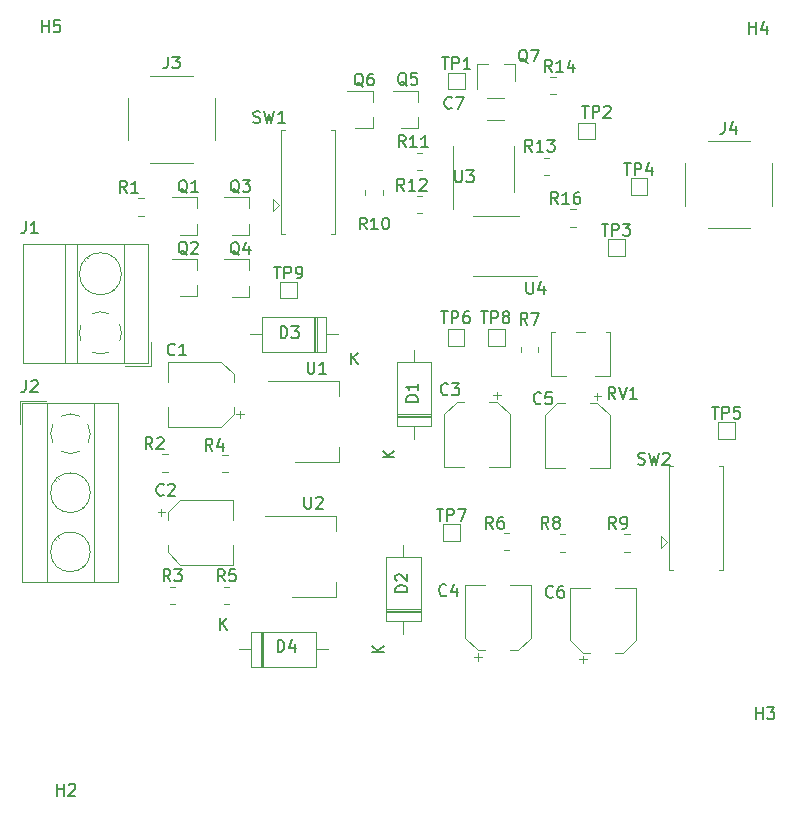
<source format=gbr>
%TF.GenerationSoftware,KiCad,Pcbnew,(5.1.8-0-10_14)*%
%TF.CreationDate,2022-02-24T11:51:05-06:00*%
%TF.ProjectId,SAQ_KiCad_alpha,5341515f-4b69-4436-9164-5f616c706861,rev?*%
%TF.SameCoordinates,Original*%
%TF.FileFunction,Legend,Top*%
%TF.FilePolarity,Positive*%
%FSLAX46Y46*%
G04 Gerber Fmt 4.6, Leading zero omitted, Abs format (unit mm)*
G04 Created by KiCad (PCBNEW (5.1.8-0-10_14)) date 2022-02-24 11:51:05*
%MOMM*%
%LPD*%
G01*
G04 APERTURE LIST*
%ADD10C,0.120000*%
%ADD11C,0.150000*%
G04 APERTURE END LIST*
D10*
%TO.C,TP5*%
X164019000Y-48515500D02*
X164019000Y-47115500D01*
X165419000Y-48515500D02*
X164019000Y-48515500D01*
X165419000Y-47115500D02*
X165419000Y-48515500D01*
X164019000Y-47115500D02*
X165419000Y-47115500D01*
%TO.C,J4*%
X163109500Y-23307500D02*
X166709500Y-23307500D01*
X163109500Y-30667500D02*
X166709500Y-30667500D01*
X168589500Y-25187500D02*
X168589500Y-28787500D01*
X161229500Y-25187500D02*
X161229500Y-28787500D01*
%TO.C,J3*%
X115929000Y-17783000D02*
X119529000Y-17783000D01*
X115929000Y-25143000D02*
X119529000Y-25143000D01*
X121409000Y-19663000D02*
X121409000Y-23263000D01*
X114049000Y-19663000D02*
X114049000Y-23263000D01*
%TO.C,U4*%
X145226000Y-29634500D02*
X143276000Y-29634500D01*
X145226000Y-29634500D02*
X147176000Y-29634500D01*
X145226000Y-34754500D02*
X143276000Y-34754500D01*
X145226000Y-34754500D02*
X148676000Y-34754500D01*
%TO.C,TP9*%
X126935000Y-36641000D02*
X126935000Y-35241000D01*
X128335000Y-36641000D02*
X126935000Y-36641000D01*
X128335000Y-35241000D02*
X128335000Y-36641000D01*
X126935000Y-35241000D02*
X128335000Y-35241000D01*
%TO.C,TP8*%
X144524500Y-40641500D02*
X144524500Y-39241500D01*
X145924500Y-40641500D02*
X144524500Y-40641500D01*
X145924500Y-39241500D02*
X145924500Y-40641500D01*
X144524500Y-39241500D02*
X145924500Y-39241500D01*
%TO.C,TP7*%
X140714500Y-57151500D02*
X140714500Y-55751500D01*
X142114500Y-57151500D02*
X140714500Y-57151500D01*
X142114500Y-55751500D02*
X142114500Y-57151500D01*
X140714500Y-55751500D02*
X142114500Y-55751500D01*
%TO.C,TP6*%
X141095500Y-40641500D02*
X141095500Y-39241500D01*
X142495500Y-40641500D02*
X141095500Y-40641500D01*
X142495500Y-39241500D02*
X142495500Y-40641500D01*
X141095500Y-39241500D02*
X142495500Y-39241500D01*
%TO.C,TP4*%
X156589500Y-27878000D02*
X156589500Y-26478000D01*
X157989500Y-27878000D02*
X156589500Y-27878000D01*
X157989500Y-26478000D02*
X157989500Y-27878000D01*
X156589500Y-26478000D02*
X157989500Y-26478000D01*
%TO.C,TP3*%
X154684500Y-33021500D02*
X154684500Y-31621500D01*
X156084500Y-33021500D02*
X154684500Y-33021500D01*
X156084500Y-31621500D02*
X156084500Y-33021500D01*
X154684500Y-31621500D02*
X156084500Y-31621500D01*
%TO.C,TP2*%
X152144500Y-23179000D02*
X152144500Y-21779000D01*
X153544500Y-23179000D02*
X152144500Y-23179000D01*
X153544500Y-21779000D02*
X153544500Y-23179000D01*
X152144500Y-21779000D02*
X153544500Y-21779000D01*
%TO.C,TP1*%
X141159000Y-18924500D02*
X141159000Y-17524500D01*
X142559000Y-18924500D02*
X141159000Y-18924500D01*
X142559000Y-17524500D02*
X142559000Y-18924500D01*
X141159000Y-17524500D02*
X142559000Y-17524500D01*
%TO.C,U3*%
X146705000Y-25655500D02*
X146705000Y-23705500D01*
X146705000Y-25655500D02*
X146705000Y-27605500D01*
X141585000Y-25655500D02*
X141585000Y-23705500D01*
X141585000Y-25655500D02*
X141585000Y-29105500D01*
%TO.C,U2*%
X131640500Y-61893500D02*
X131640500Y-60633500D01*
X131640500Y-55073500D02*
X131640500Y-56333500D01*
X127880500Y-61893500D02*
X131640500Y-61893500D01*
X125630500Y-55073500D02*
X131640500Y-55073500D01*
%TO.C,U1*%
X131901720Y-50471120D02*
X131901720Y-49211120D01*
X131901720Y-43651120D02*
X131901720Y-44911120D01*
X128141720Y-50471120D02*
X131901720Y-50471120D01*
X125891720Y-43651120D02*
X131901720Y-43651120D01*
%TO.C,SW2*%
X159855500Y-59655000D02*
X159855500Y-50835000D01*
X159855500Y-50835000D02*
X160165500Y-50835000D01*
X164375500Y-50835000D02*
X164375500Y-59655000D01*
X160165500Y-59655000D02*
X159855500Y-59655000D01*
X164375500Y-59655000D02*
X164065500Y-59655000D01*
X164375500Y-50835000D02*
X164065500Y-50835000D01*
X159155500Y-57745000D02*
X159655500Y-57245000D01*
X159655500Y-57245000D02*
X159155500Y-56745000D01*
X159155500Y-56745000D02*
X159155500Y-57745000D01*
%TO.C,SW1*%
X127026000Y-31175500D02*
X127026000Y-22355500D01*
X127026000Y-22355500D02*
X127336000Y-22355500D01*
X131546000Y-22355500D02*
X131546000Y-31175500D01*
X127336000Y-31175500D02*
X127026000Y-31175500D01*
X131546000Y-31175500D02*
X131236000Y-31175500D01*
X131546000Y-22355500D02*
X131236000Y-22355500D01*
X126326000Y-29265500D02*
X126826000Y-28765500D01*
X126826000Y-28765500D02*
X126326000Y-28265500D01*
X126326000Y-28265500D02*
X126326000Y-29265500D01*
%TO.C,RV1*%
X154476500Y-39468500D02*
X154856500Y-39468500D01*
X149816500Y-39468500D02*
X150196500Y-39468500D01*
X151976500Y-39468500D02*
X152696500Y-39468500D01*
X149816500Y-43208500D02*
X151096500Y-43208500D01*
X153576500Y-43208500D02*
X154856500Y-43208500D01*
X149816500Y-39468500D02*
X149816500Y-43208500D01*
X154856500Y-39468500D02*
X154856500Y-43208500D01*
%TO.C,R16*%
X151944564Y-30580000D02*
X151490436Y-30580000D01*
X151944564Y-29110000D02*
X151490436Y-29110000D01*
%TO.C,R14*%
X150230064Y-19340500D02*
X149775936Y-19340500D01*
X150230064Y-17870500D02*
X149775936Y-17870500D01*
%TO.C,R13*%
X149235936Y-24728500D02*
X149690064Y-24728500D01*
X149235936Y-26198500D02*
X149690064Y-26198500D01*
%TO.C,R12*%
X138466336Y-27977160D02*
X138920464Y-27977160D01*
X138466336Y-29447160D02*
X138920464Y-29447160D01*
%TO.C,R11*%
X138466336Y-24299240D02*
X138920464Y-24299240D01*
X138466336Y-25769240D02*
X138920464Y-25769240D01*
%TO.C,R10*%
X134139000Y-27929064D02*
X134139000Y-27474936D01*
X135609000Y-27929064D02*
X135609000Y-27474936D01*
%TO.C,R9*%
X156500564Y-58075500D02*
X156046436Y-58075500D01*
X156500564Y-56605500D02*
X156046436Y-56605500D01*
%TO.C,R8*%
X151039564Y-58075500D02*
X150585436Y-58075500D01*
X151039564Y-56605500D02*
X150585436Y-56605500D01*
%TO.C,R7*%
X148753500Y-40730436D02*
X148753500Y-41184564D01*
X147283500Y-40730436D02*
X147283500Y-41184564D01*
%TO.C,R6*%
X146324564Y-57948500D02*
X145870436Y-57948500D01*
X146324564Y-56478500D02*
X145870436Y-56478500D01*
%TO.C,R5*%
X122153436Y-61050500D02*
X122607564Y-61050500D01*
X122153436Y-62520500D02*
X122607564Y-62520500D01*
%TO.C,R4*%
X122464564Y-51344500D02*
X122010436Y-51344500D01*
X122464564Y-49874500D02*
X122010436Y-49874500D01*
%TO.C,R3*%
X117565436Y-61050500D02*
X118019564Y-61050500D01*
X117565436Y-62520500D02*
X118019564Y-62520500D01*
%TO.C,R2*%
X117384564Y-51328500D02*
X116930436Y-51328500D01*
X117384564Y-49858500D02*
X116930436Y-49858500D01*
%TO.C,R1*%
X115352564Y-29627500D02*
X114898436Y-29627500D01*
X115352564Y-28157500D02*
X114898436Y-28157500D01*
%TO.C,Q7*%
X146757000Y-16768500D02*
X145827000Y-16768500D01*
X143597000Y-16768500D02*
X144527000Y-16768500D01*
X143597000Y-16768500D02*
X143597000Y-18928500D01*
X146757000Y-16768500D02*
X146757000Y-18228500D01*
%TO.C,Q6*%
X134745000Y-22217500D02*
X134745000Y-21287500D01*
X134745000Y-19057500D02*
X134745000Y-19987500D01*
X134745000Y-19057500D02*
X132585000Y-19057500D01*
X134745000Y-22217500D02*
X133285000Y-22217500D01*
%TO.C,Q5*%
X138618500Y-22217500D02*
X138618500Y-21287500D01*
X138618500Y-19057500D02*
X138618500Y-19987500D01*
X138618500Y-19057500D02*
X136458500Y-19057500D01*
X138618500Y-22217500D02*
X137158500Y-22217500D01*
%TO.C,Q4*%
X124310680Y-36505000D02*
X124310680Y-35575000D01*
X124310680Y-33345000D02*
X124310680Y-34275000D01*
X124310680Y-33345000D02*
X122150680Y-33345000D01*
X124310680Y-36505000D02*
X122850680Y-36505000D01*
%TO.C,Q3*%
X124310680Y-31247200D02*
X124310680Y-30317200D01*
X124310680Y-28087200D02*
X124310680Y-29017200D01*
X124310680Y-28087200D02*
X122150680Y-28087200D01*
X124310680Y-31247200D02*
X122850680Y-31247200D01*
%TO.C,Q2*%
X119911400Y-36471980D02*
X119911400Y-35541980D01*
X119911400Y-33311980D02*
X119911400Y-34241980D01*
X119911400Y-33311980D02*
X117751400Y-33311980D01*
X119911400Y-36471980D02*
X118451400Y-36471980D01*
%TO.C,Q1*%
X119911400Y-31247200D02*
X119911400Y-30317200D01*
X119911400Y-28087200D02*
X119911400Y-29017200D01*
X119911400Y-28087200D02*
X117751400Y-28087200D01*
X119911400Y-31247200D02*
X118451400Y-31247200D01*
%TO.C,J2*%
X110836500Y-53102500D02*
G75*
G03*
X110836500Y-53102500I-1680000J0D01*
G01*
X110836500Y-58102500D02*
G75*
G03*
X110836500Y-58102500I-1680000J0D01*
G01*
X107156500Y-45542500D02*
X107156500Y-60662500D01*
X111156500Y-45542500D02*
X111156500Y-60662500D01*
X113216500Y-45542500D02*
X113216500Y-60662500D01*
X105096500Y-45542500D02*
X105096500Y-60662500D01*
X113216500Y-45542500D02*
X105096500Y-45542500D01*
X113216500Y-60662500D02*
X105096500Y-60662500D01*
X110225500Y-54377500D02*
X110132500Y-54283500D01*
X107940500Y-52092500D02*
X107882500Y-52033500D01*
X110431500Y-54172500D02*
X110372500Y-54113500D01*
X108180500Y-51922500D02*
X108087500Y-51828500D01*
X110225500Y-59377500D02*
X110132500Y-59283500D01*
X107940500Y-57092500D02*
X107882500Y-57033500D01*
X110431500Y-59172500D02*
X110372500Y-59113500D01*
X108180500Y-56922500D02*
X108087500Y-56828500D01*
X107096500Y-45302500D02*
X104856500Y-45302500D01*
X104856500Y-45302500D02*
X104856500Y-47302500D01*
X107476050Y-48131883D02*
G75*
G02*
X107672500Y-47313500I1680450J29383D01*
G01*
X108367412Y-46618547D02*
G75*
G02*
X109945500Y-46618500I789088J-1483953D01*
G01*
X110640453Y-47313412D02*
G75*
G02*
X110640500Y-48891500I-1483953J-789088D01*
G01*
X109945588Y-49586453D02*
G75*
G02*
X108367500Y-49586500I-789088J1483953D01*
G01*
X107673148Y-48891212D02*
G75*
G02*
X107476500Y-48102500I1483352J788712D01*
G01*
%TO.C,J1*%
X113476500Y-34560500D02*
G75*
G03*
X113476500Y-34560500I-1780000J0D01*
G01*
X113696500Y-42120500D02*
X113696500Y-32000500D01*
X109696500Y-42120500D02*
X109696500Y-32000500D01*
X108696500Y-42120500D02*
X108696500Y-32000500D01*
X105136500Y-42120500D02*
X105136500Y-32000500D01*
X115756500Y-42120500D02*
X115756500Y-32000500D01*
X105136500Y-42120500D02*
X115756500Y-42120500D01*
X105136500Y-32000500D02*
X115756500Y-32000500D01*
X110563500Y-33210500D02*
X110613500Y-33259500D01*
X113021500Y-35668500D02*
X113046500Y-35692500D01*
X110346500Y-33427500D02*
X110370500Y-33452500D01*
X112779500Y-35860500D02*
X112829500Y-35910500D01*
X113756500Y-42360500D02*
X115996500Y-42360500D01*
X115996500Y-42360500D02*
X115996500Y-40360500D01*
X113476889Y-39529686D02*
G75*
G02*
X113335500Y-40256500I-1780389J-30814D01*
G01*
X112392016Y-41199705D02*
G75*
G02*
X111000500Y-41199500I-695516J1639205D01*
G01*
X110057295Y-40256016D02*
G75*
G02*
X110057500Y-38864500I1639205J695516D01*
G01*
X111000984Y-37921295D02*
G75*
G02*
X112392500Y-37921500I695516J-1639205D01*
G01*
X113334999Y-38864999D02*
G75*
G02*
X113476500Y-39560500I-1638499J-695501D01*
G01*
%TO.C,D4*%
X124470500Y-64887500D02*
X124470500Y-67827500D01*
X124470500Y-67827500D02*
X129910500Y-67827500D01*
X129910500Y-67827500D02*
X129910500Y-64887500D01*
X129910500Y-64887500D02*
X124470500Y-64887500D01*
X123450500Y-66357500D02*
X124470500Y-66357500D01*
X130930500Y-66357500D02*
X129910500Y-66357500D01*
X125370500Y-64887500D02*
X125370500Y-67827500D01*
X125490500Y-64887500D02*
X125490500Y-67827500D01*
X125250500Y-64887500D02*
X125250500Y-67827500D01*
%TO.C,D3*%
X130799500Y-41157500D02*
X130799500Y-38217500D01*
X130799500Y-38217500D02*
X125359500Y-38217500D01*
X125359500Y-38217500D02*
X125359500Y-41157500D01*
X125359500Y-41157500D02*
X130799500Y-41157500D01*
X131819500Y-39687500D02*
X130799500Y-39687500D01*
X124339500Y-39687500D02*
X125359500Y-39687500D01*
X129899500Y-41157500D02*
X129899500Y-38217500D01*
X129779500Y-41157500D02*
X129779500Y-38217500D01*
X130019500Y-41157500D02*
X130019500Y-38217500D01*
%TO.C,D2*%
X135880500Y-63997500D02*
X138820500Y-63997500D01*
X138820500Y-63997500D02*
X138820500Y-58557500D01*
X138820500Y-58557500D02*
X135880500Y-58557500D01*
X135880500Y-58557500D02*
X135880500Y-63997500D01*
X137350500Y-65017500D02*
X137350500Y-63997500D01*
X137350500Y-57537500D02*
X137350500Y-58557500D01*
X135880500Y-63097500D02*
X138820500Y-63097500D01*
X135880500Y-62977500D02*
X138820500Y-62977500D01*
X135880500Y-63217500D02*
X138820500Y-63217500D01*
%TO.C,D1*%
X136769500Y-47487500D02*
X139709500Y-47487500D01*
X139709500Y-47487500D02*
X139709500Y-42047500D01*
X139709500Y-42047500D02*
X136769500Y-42047500D01*
X136769500Y-42047500D02*
X136769500Y-47487500D01*
X138239500Y-48507500D02*
X138239500Y-47487500D01*
X138239500Y-41027500D02*
X138239500Y-42047500D01*
X136769500Y-46587500D02*
X139709500Y-46587500D01*
X136769500Y-46467500D02*
X139709500Y-46467500D01*
X136769500Y-46707500D02*
X139709500Y-46707500D01*
%TO.C,C7*%
X144449748Y-19689000D02*
X145872252Y-19689000D01*
X144449748Y-21509000D02*
X145872252Y-21509000D01*
%TO.C,C6*%
X157001500Y-61143500D02*
X155301500Y-61143500D01*
X151481500Y-61143500D02*
X153181500Y-61143500D01*
X151481500Y-65599063D02*
X151481500Y-61143500D01*
X157001500Y-65599063D02*
X157001500Y-61143500D01*
X155937063Y-66663500D02*
X155301500Y-66663500D01*
X152545937Y-66663500D02*
X153181500Y-66663500D01*
X152545937Y-66663500D02*
X151481500Y-65599063D01*
X155937063Y-66663500D02*
X157001500Y-65599063D01*
X152556500Y-67528500D02*
X152556500Y-66903500D01*
X152244000Y-67216000D02*
X152869000Y-67216000D01*
%TO.C,C5*%
X149322500Y-50997500D02*
X151022500Y-50997500D01*
X154842500Y-50997500D02*
X153142500Y-50997500D01*
X154842500Y-46541937D02*
X154842500Y-50997500D01*
X149322500Y-46541937D02*
X149322500Y-50997500D01*
X150386937Y-45477500D02*
X151022500Y-45477500D01*
X153778063Y-45477500D02*
X153142500Y-45477500D01*
X153778063Y-45477500D02*
X154842500Y-46541937D01*
X150386937Y-45477500D02*
X149322500Y-46541937D01*
X153767500Y-44612500D02*
X153767500Y-45237500D01*
X154080000Y-44925000D02*
X153455000Y-44925000D01*
%TO.C,C4*%
X148111500Y-60930500D02*
X146411500Y-60930500D01*
X142591500Y-60930500D02*
X144291500Y-60930500D01*
X142591500Y-65386063D02*
X142591500Y-60930500D01*
X148111500Y-65386063D02*
X148111500Y-60930500D01*
X147047063Y-66450500D02*
X146411500Y-66450500D01*
X143655937Y-66450500D02*
X144291500Y-66450500D01*
X143655937Y-66450500D02*
X142591500Y-65386063D01*
X147047063Y-66450500D02*
X148111500Y-65386063D01*
X143666500Y-67315500D02*
X143666500Y-66690500D01*
X143354000Y-67003000D02*
X143979000Y-67003000D01*
%TO.C,C3*%
X140813500Y-50915500D02*
X142513500Y-50915500D01*
X146333500Y-50915500D02*
X144633500Y-50915500D01*
X146333500Y-46459937D02*
X146333500Y-50915500D01*
X140813500Y-46459937D02*
X140813500Y-50915500D01*
X141877937Y-45395500D02*
X142513500Y-45395500D01*
X145269063Y-45395500D02*
X144633500Y-45395500D01*
X145269063Y-45395500D02*
X146333500Y-46459937D01*
X141877937Y-45395500D02*
X140813500Y-46459937D01*
X145258500Y-44530500D02*
X145258500Y-45155500D01*
X145571000Y-44843000D02*
X144946000Y-44843000D01*
%TO.C,C2*%
X122924500Y-59211500D02*
X122924500Y-57511500D01*
X122924500Y-53691500D02*
X122924500Y-55391500D01*
X118468937Y-53691500D02*
X122924500Y-53691500D01*
X118468937Y-59211500D02*
X122924500Y-59211500D01*
X117404500Y-58147063D02*
X117404500Y-57511500D01*
X117404500Y-54755937D02*
X117404500Y-55391500D01*
X117404500Y-54755937D02*
X118468937Y-53691500D01*
X117404500Y-58147063D02*
X118468937Y-59211500D01*
X116539500Y-54766500D02*
X117164500Y-54766500D01*
X116852000Y-54454000D02*
X116852000Y-55079000D01*
%TO.C,C1*%
X117445500Y-42007500D02*
X117445500Y-43707500D01*
X117445500Y-47527500D02*
X117445500Y-45827500D01*
X121901063Y-47527500D02*
X117445500Y-47527500D01*
X121901063Y-42007500D02*
X117445500Y-42007500D01*
X122965500Y-43071937D02*
X122965500Y-43707500D01*
X122965500Y-46463063D02*
X122965500Y-45827500D01*
X122965500Y-46463063D02*
X121901063Y-47527500D01*
X122965500Y-43071937D02*
X121901063Y-42007500D01*
X123830500Y-46452500D02*
X123205500Y-46452500D01*
X123518000Y-46765000D02*
X123518000Y-46140000D01*
%TO.C,TP5*%
D11*
X163457095Y-45819880D02*
X164028523Y-45819880D01*
X163742809Y-46819880D02*
X163742809Y-45819880D01*
X164361857Y-46819880D02*
X164361857Y-45819880D01*
X164742809Y-45819880D01*
X164838047Y-45867500D01*
X164885666Y-45915119D01*
X164933285Y-46010357D01*
X164933285Y-46153214D01*
X164885666Y-46248452D01*
X164838047Y-46296071D01*
X164742809Y-46343690D01*
X164361857Y-46343690D01*
X165838047Y-45819880D02*
X165361857Y-45819880D01*
X165314238Y-46296071D01*
X165361857Y-46248452D01*
X165457095Y-46200833D01*
X165695190Y-46200833D01*
X165790428Y-46248452D01*
X165838047Y-46296071D01*
X165885666Y-46391309D01*
X165885666Y-46629404D01*
X165838047Y-46724642D01*
X165790428Y-46772261D01*
X165695190Y-46819880D01*
X165457095Y-46819880D01*
X165361857Y-46772261D01*
X165314238Y-46724642D01*
%TO.C,J4*%
X164576166Y-21689880D02*
X164576166Y-22404166D01*
X164528547Y-22547023D01*
X164433309Y-22642261D01*
X164290452Y-22689880D01*
X164195214Y-22689880D01*
X165480928Y-22023214D02*
X165480928Y-22689880D01*
X165242833Y-21642261D02*
X165004738Y-22356547D01*
X165623785Y-22356547D01*
%TO.C,J3*%
X117395666Y-16165380D02*
X117395666Y-16879666D01*
X117348047Y-17022523D01*
X117252809Y-17117761D01*
X117109952Y-17165380D01*
X117014714Y-17165380D01*
X117776619Y-16165380D02*
X118395666Y-16165380D01*
X118062333Y-16546333D01*
X118205190Y-16546333D01*
X118300428Y-16593952D01*
X118348047Y-16641571D01*
X118395666Y-16736809D01*
X118395666Y-16974904D01*
X118348047Y-17070142D01*
X118300428Y-17117761D01*
X118205190Y-17165380D01*
X117919476Y-17165380D01*
X117824238Y-17117761D01*
X117776619Y-17070142D01*
%TO.C,H5*%
X106738095Y-14104880D02*
X106738095Y-13104880D01*
X106738095Y-13581071D02*
X107309523Y-13581071D01*
X107309523Y-14104880D02*
X107309523Y-13104880D01*
X108261904Y-13104880D02*
X107785714Y-13104880D01*
X107738095Y-13581071D01*
X107785714Y-13533452D01*
X107880952Y-13485833D01*
X108119047Y-13485833D01*
X108214285Y-13533452D01*
X108261904Y-13581071D01*
X108309523Y-13676309D01*
X108309523Y-13914404D01*
X108261904Y-14009642D01*
X108214285Y-14057261D01*
X108119047Y-14104880D01*
X107880952Y-14104880D01*
X107785714Y-14057261D01*
X107738095Y-14009642D01*
%TO.C,H4*%
X166624095Y-14231880D02*
X166624095Y-13231880D01*
X166624095Y-13708071D02*
X167195523Y-13708071D01*
X167195523Y-14231880D02*
X167195523Y-13231880D01*
X168100285Y-13565214D02*
X168100285Y-14231880D01*
X167862190Y-13184261D02*
X167624095Y-13898547D01*
X168243142Y-13898547D01*
%TO.C,H3*%
X167195595Y-72270880D02*
X167195595Y-71270880D01*
X167195595Y-71747071D02*
X167767023Y-71747071D01*
X167767023Y-72270880D02*
X167767023Y-71270880D01*
X168147976Y-71270880D02*
X168767023Y-71270880D01*
X168433690Y-71651833D01*
X168576547Y-71651833D01*
X168671785Y-71699452D01*
X168719404Y-71747071D01*
X168767023Y-71842309D01*
X168767023Y-72080404D01*
X168719404Y-72175642D01*
X168671785Y-72223261D01*
X168576547Y-72270880D01*
X168290833Y-72270880D01*
X168195595Y-72223261D01*
X168147976Y-72175642D01*
%TO.C,H2*%
X108013595Y-78747880D02*
X108013595Y-77747880D01*
X108013595Y-78224071D02*
X108585023Y-78224071D01*
X108585023Y-78747880D02*
X108585023Y-77747880D01*
X109013595Y-77843119D02*
X109061214Y-77795500D01*
X109156452Y-77747880D01*
X109394547Y-77747880D01*
X109489785Y-77795500D01*
X109537404Y-77843119D01*
X109585023Y-77938357D01*
X109585023Y-78033595D01*
X109537404Y-78176452D01*
X108965976Y-78747880D01*
X109585023Y-78747880D01*
%TO.C,U4*%
X147763555Y-35251140D02*
X147763555Y-36060664D01*
X147811174Y-36155902D01*
X147858793Y-36203521D01*
X147954031Y-36251140D01*
X148144507Y-36251140D01*
X148239745Y-36203521D01*
X148287364Y-36155902D01*
X148334983Y-36060664D01*
X148334983Y-35251140D01*
X149239745Y-35584474D02*
X149239745Y-36251140D01*
X149001650Y-35203521D02*
X148763555Y-35917807D01*
X149382602Y-35917807D01*
%TO.C,TP9*%
X126373095Y-33945380D02*
X126944523Y-33945380D01*
X126658809Y-34945380D02*
X126658809Y-33945380D01*
X127277857Y-34945380D02*
X127277857Y-33945380D01*
X127658809Y-33945380D01*
X127754047Y-33993000D01*
X127801666Y-34040619D01*
X127849285Y-34135857D01*
X127849285Y-34278714D01*
X127801666Y-34373952D01*
X127754047Y-34421571D01*
X127658809Y-34469190D01*
X127277857Y-34469190D01*
X128325476Y-34945380D02*
X128515952Y-34945380D01*
X128611190Y-34897761D01*
X128658809Y-34850142D01*
X128754047Y-34707285D01*
X128801666Y-34516809D01*
X128801666Y-34135857D01*
X128754047Y-34040619D01*
X128706428Y-33993000D01*
X128611190Y-33945380D01*
X128420714Y-33945380D01*
X128325476Y-33993000D01*
X128277857Y-34040619D01*
X128230238Y-34135857D01*
X128230238Y-34373952D01*
X128277857Y-34469190D01*
X128325476Y-34516809D01*
X128420714Y-34564428D01*
X128611190Y-34564428D01*
X128706428Y-34516809D01*
X128754047Y-34469190D01*
X128801666Y-34373952D01*
%TO.C,TP8*%
X143899095Y-37742880D02*
X144470523Y-37742880D01*
X144184809Y-38742880D02*
X144184809Y-37742880D01*
X144803857Y-38742880D02*
X144803857Y-37742880D01*
X145184809Y-37742880D01*
X145280047Y-37790500D01*
X145327666Y-37838119D01*
X145375285Y-37933357D01*
X145375285Y-38076214D01*
X145327666Y-38171452D01*
X145280047Y-38219071D01*
X145184809Y-38266690D01*
X144803857Y-38266690D01*
X145946714Y-38171452D02*
X145851476Y-38123833D01*
X145803857Y-38076214D01*
X145756238Y-37980976D01*
X145756238Y-37933357D01*
X145803857Y-37838119D01*
X145851476Y-37790500D01*
X145946714Y-37742880D01*
X146137190Y-37742880D01*
X146232428Y-37790500D01*
X146280047Y-37838119D01*
X146327666Y-37933357D01*
X146327666Y-37980976D01*
X146280047Y-38076214D01*
X146232428Y-38123833D01*
X146137190Y-38171452D01*
X145946714Y-38171452D01*
X145851476Y-38219071D01*
X145803857Y-38266690D01*
X145756238Y-38361928D01*
X145756238Y-38552404D01*
X145803857Y-38647642D01*
X145851476Y-38695261D01*
X145946714Y-38742880D01*
X146137190Y-38742880D01*
X146232428Y-38695261D01*
X146280047Y-38647642D01*
X146327666Y-38552404D01*
X146327666Y-38361928D01*
X146280047Y-38266690D01*
X146232428Y-38219071D01*
X146137190Y-38171452D01*
%TO.C,TP7*%
X140152595Y-54455880D02*
X140724023Y-54455880D01*
X140438309Y-55455880D02*
X140438309Y-54455880D01*
X141057357Y-55455880D02*
X141057357Y-54455880D01*
X141438309Y-54455880D01*
X141533547Y-54503500D01*
X141581166Y-54551119D01*
X141628785Y-54646357D01*
X141628785Y-54789214D01*
X141581166Y-54884452D01*
X141533547Y-54932071D01*
X141438309Y-54979690D01*
X141057357Y-54979690D01*
X141962119Y-54455880D02*
X142628785Y-54455880D01*
X142200214Y-55455880D01*
%TO.C,TP6*%
X140533595Y-37742880D02*
X141105023Y-37742880D01*
X140819309Y-38742880D02*
X140819309Y-37742880D01*
X141438357Y-38742880D02*
X141438357Y-37742880D01*
X141819309Y-37742880D01*
X141914547Y-37790500D01*
X141962166Y-37838119D01*
X142009785Y-37933357D01*
X142009785Y-38076214D01*
X141962166Y-38171452D01*
X141914547Y-38219071D01*
X141819309Y-38266690D01*
X141438357Y-38266690D01*
X142866928Y-37742880D02*
X142676452Y-37742880D01*
X142581214Y-37790500D01*
X142533595Y-37838119D01*
X142438357Y-37980976D01*
X142390738Y-38171452D01*
X142390738Y-38552404D01*
X142438357Y-38647642D01*
X142485976Y-38695261D01*
X142581214Y-38742880D01*
X142771690Y-38742880D01*
X142866928Y-38695261D01*
X142914547Y-38647642D01*
X142962166Y-38552404D01*
X142962166Y-38314309D01*
X142914547Y-38219071D01*
X142866928Y-38171452D01*
X142771690Y-38123833D01*
X142581214Y-38123833D01*
X142485976Y-38171452D01*
X142438357Y-38219071D01*
X142390738Y-38314309D01*
%TO.C,TP4*%
X156027595Y-25182380D02*
X156599023Y-25182380D01*
X156313309Y-26182380D02*
X156313309Y-25182380D01*
X156932357Y-26182380D02*
X156932357Y-25182380D01*
X157313309Y-25182380D01*
X157408547Y-25230000D01*
X157456166Y-25277619D01*
X157503785Y-25372857D01*
X157503785Y-25515714D01*
X157456166Y-25610952D01*
X157408547Y-25658571D01*
X157313309Y-25706190D01*
X156932357Y-25706190D01*
X158360928Y-25515714D02*
X158360928Y-26182380D01*
X158122833Y-25134761D02*
X157884738Y-25849047D01*
X158503785Y-25849047D01*
%TO.C,TP3*%
X154122595Y-30325880D02*
X154694023Y-30325880D01*
X154408309Y-31325880D02*
X154408309Y-30325880D01*
X155027357Y-31325880D02*
X155027357Y-30325880D01*
X155408309Y-30325880D01*
X155503547Y-30373500D01*
X155551166Y-30421119D01*
X155598785Y-30516357D01*
X155598785Y-30659214D01*
X155551166Y-30754452D01*
X155503547Y-30802071D01*
X155408309Y-30849690D01*
X155027357Y-30849690D01*
X155932119Y-30325880D02*
X156551166Y-30325880D01*
X156217833Y-30706833D01*
X156360690Y-30706833D01*
X156455928Y-30754452D01*
X156503547Y-30802071D01*
X156551166Y-30897309D01*
X156551166Y-31135404D01*
X156503547Y-31230642D01*
X156455928Y-31278261D01*
X156360690Y-31325880D01*
X156074976Y-31325880D01*
X155979738Y-31278261D01*
X155932119Y-31230642D01*
%TO.C,TP2*%
X152471595Y-20343880D02*
X153043023Y-20343880D01*
X152757309Y-21343880D02*
X152757309Y-20343880D01*
X153376357Y-21343880D02*
X153376357Y-20343880D01*
X153757309Y-20343880D01*
X153852547Y-20391500D01*
X153900166Y-20439119D01*
X153947785Y-20534357D01*
X153947785Y-20677214D01*
X153900166Y-20772452D01*
X153852547Y-20820071D01*
X153757309Y-20867690D01*
X153376357Y-20867690D01*
X154328738Y-20439119D02*
X154376357Y-20391500D01*
X154471595Y-20343880D01*
X154709690Y-20343880D01*
X154804928Y-20391500D01*
X154852547Y-20439119D01*
X154900166Y-20534357D01*
X154900166Y-20629595D01*
X154852547Y-20772452D01*
X154281119Y-21343880D01*
X154900166Y-21343880D01*
%TO.C,TP1*%
X140597095Y-16228880D02*
X141168523Y-16228880D01*
X140882809Y-17228880D02*
X140882809Y-16228880D01*
X141501857Y-17228880D02*
X141501857Y-16228880D01*
X141882809Y-16228880D01*
X141978047Y-16276500D01*
X142025666Y-16324119D01*
X142073285Y-16419357D01*
X142073285Y-16562214D01*
X142025666Y-16657452D01*
X141978047Y-16705071D01*
X141882809Y-16752690D01*
X141501857Y-16752690D01*
X143025666Y-17228880D02*
X142454238Y-17228880D01*
X142739952Y-17228880D02*
X142739952Y-16228880D01*
X142644714Y-16371738D01*
X142549476Y-16466976D01*
X142454238Y-16514595D01*
%TO.C,U3*%
X141732095Y-25804880D02*
X141732095Y-26614404D01*
X141779714Y-26709642D01*
X141827333Y-26757261D01*
X141922571Y-26804880D01*
X142113047Y-26804880D01*
X142208285Y-26757261D01*
X142255904Y-26709642D01*
X142303523Y-26614404D01*
X142303523Y-25804880D01*
X142684476Y-25804880D02*
X143303523Y-25804880D01*
X142970190Y-26185833D01*
X143113047Y-26185833D01*
X143208285Y-26233452D01*
X143255904Y-26281071D01*
X143303523Y-26376309D01*
X143303523Y-26614404D01*
X143255904Y-26709642D01*
X143208285Y-26757261D01*
X143113047Y-26804880D01*
X142827333Y-26804880D01*
X142732095Y-26757261D01*
X142684476Y-26709642D01*
%TO.C,U2*%
X128968595Y-53435880D02*
X128968595Y-54245404D01*
X129016214Y-54340642D01*
X129063833Y-54388261D01*
X129159071Y-54435880D01*
X129349547Y-54435880D01*
X129444785Y-54388261D01*
X129492404Y-54340642D01*
X129540023Y-54245404D01*
X129540023Y-53435880D01*
X129968595Y-53531119D02*
X130016214Y-53483500D01*
X130111452Y-53435880D01*
X130349547Y-53435880D01*
X130444785Y-53483500D01*
X130492404Y-53531119D01*
X130540023Y-53626357D01*
X130540023Y-53721595D01*
X130492404Y-53864452D01*
X129920976Y-54435880D01*
X130540023Y-54435880D01*
%TO.C,U1*%
X129229815Y-42013500D02*
X129229815Y-42823024D01*
X129277434Y-42918262D01*
X129325053Y-42965881D01*
X129420291Y-43013500D01*
X129610767Y-43013500D01*
X129706005Y-42965881D01*
X129753624Y-42918262D01*
X129801243Y-42823024D01*
X129801243Y-42013500D01*
X130801243Y-43013500D02*
X130229815Y-43013500D01*
X130515529Y-43013500D02*
X130515529Y-42013500D01*
X130420291Y-42156358D01*
X130325053Y-42251596D01*
X130229815Y-42299215D01*
%TO.C,SW2*%
X157226166Y-50669261D02*
X157369023Y-50716880D01*
X157607119Y-50716880D01*
X157702357Y-50669261D01*
X157749976Y-50621642D01*
X157797595Y-50526404D01*
X157797595Y-50431166D01*
X157749976Y-50335928D01*
X157702357Y-50288309D01*
X157607119Y-50240690D01*
X157416642Y-50193071D01*
X157321404Y-50145452D01*
X157273785Y-50097833D01*
X157226166Y-50002595D01*
X157226166Y-49907357D01*
X157273785Y-49812119D01*
X157321404Y-49764500D01*
X157416642Y-49716880D01*
X157654738Y-49716880D01*
X157797595Y-49764500D01*
X158130928Y-49716880D02*
X158369023Y-50716880D01*
X158559500Y-50002595D01*
X158749976Y-50716880D01*
X158988071Y-49716880D01*
X159321404Y-49812119D02*
X159369023Y-49764500D01*
X159464261Y-49716880D01*
X159702357Y-49716880D01*
X159797595Y-49764500D01*
X159845214Y-49812119D01*
X159892833Y-49907357D01*
X159892833Y-50002595D01*
X159845214Y-50145452D01*
X159273785Y-50716880D01*
X159892833Y-50716880D01*
%TO.C,SW1*%
X124650666Y-21740761D02*
X124793523Y-21788380D01*
X125031619Y-21788380D01*
X125126857Y-21740761D01*
X125174476Y-21693142D01*
X125222095Y-21597904D01*
X125222095Y-21502666D01*
X125174476Y-21407428D01*
X125126857Y-21359809D01*
X125031619Y-21312190D01*
X124841142Y-21264571D01*
X124745904Y-21216952D01*
X124698285Y-21169333D01*
X124650666Y-21074095D01*
X124650666Y-20978857D01*
X124698285Y-20883619D01*
X124745904Y-20836000D01*
X124841142Y-20788380D01*
X125079238Y-20788380D01*
X125222095Y-20836000D01*
X125555428Y-20788380D02*
X125793523Y-21788380D01*
X125984000Y-21074095D01*
X126174476Y-21788380D01*
X126412571Y-20788380D01*
X127317333Y-21788380D02*
X126745904Y-21788380D01*
X127031619Y-21788380D02*
X127031619Y-20788380D01*
X126936380Y-20931238D01*
X126841142Y-21026476D01*
X126745904Y-21074095D01*
%TO.C,RV1*%
X155297261Y-45156380D02*
X154963928Y-44680190D01*
X154725833Y-45156380D02*
X154725833Y-44156380D01*
X155106785Y-44156380D01*
X155202023Y-44204000D01*
X155249642Y-44251619D01*
X155297261Y-44346857D01*
X155297261Y-44489714D01*
X155249642Y-44584952D01*
X155202023Y-44632571D01*
X155106785Y-44680190D01*
X154725833Y-44680190D01*
X155582976Y-44156380D02*
X155916309Y-45156380D01*
X156249642Y-44156380D01*
X157106785Y-45156380D02*
X156535357Y-45156380D01*
X156821071Y-45156380D02*
X156821071Y-44156380D01*
X156725833Y-44299238D01*
X156630595Y-44394476D01*
X156535357Y-44442095D01*
%TO.C,R16*%
X150423642Y-28646380D02*
X150090309Y-28170190D01*
X149852214Y-28646380D02*
X149852214Y-27646380D01*
X150233166Y-27646380D01*
X150328404Y-27694000D01*
X150376023Y-27741619D01*
X150423642Y-27836857D01*
X150423642Y-27979714D01*
X150376023Y-28074952D01*
X150328404Y-28122571D01*
X150233166Y-28170190D01*
X149852214Y-28170190D01*
X151376023Y-28646380D02*
X150804595Y-28646380D01*
X151090309Y-28646380D02*
X151090309Y-27646380D01*
X150995071Y-27789238D01*
X150899833Y-27884476D01*
X150804595Y-27932095D01*
X152233166Y-27646380D02*
X152042690Y-27646380D01*
X151947452Y-27694000D01*
X151899833Y-27741619D01*
X151804595Y-27884476D01*
X151756976Y-28074952D01*
X151756976Y-28455904D01*
X151804595Y-28551142D01*
X151852214Y-28598761D01*
X151947452Y-28646380D01*
X152137928Y-28646380D01*
X152233166Y-28598761D01*
X152280785Y-28551142D01*
X152328404Y-28455904D01*
X152328404Y-28217809D01*
X152280785Y-28122571D01*
X152233166Y-28074952D01*
X152137928Y-28027333D01*
X151947452Y-28027333D01*
X151852214Y-28074952D01*
X151804595Y-28122571D01*
X151756976Y-28217809D01*
%TO.C,R14*%
X149915642Y-17470380D02*
X149582309Y-16994190D01*
X149344214Y-17470380D02*
X149344214Y-16470380D01*
X149725166Y-16470380D01*
X149820404Y-16518000D01*
X149868023Y-16565619D01*
X149915642Y-16660857D01*
X149915642Y-16803714D01*
X149868023Y-16898952D01*
X149820404Y-16946571D01*
X149725166Y-16994190D01*
X149344214Y-16994190D01*
X150868023Y-17470380D02*
X150296595Y-17470380D01*
X150582309Y-17470380D02*
X150582309Y-16470380D01*
X150487071Y-16613238D01*
X150391833Y-16708476D01*
X150296595Y-16756095D01*
X151725166Y-16803714D02*
X151725166Y-17470380D01*
X151487071Y-16422761D02*
X151248976Y-17137047D01*
X151868023Y-17137047D01*
%TO.C,R13*%
X148248642Y-24217380D02*
X147915309Y-23741190D01*
X147677214Y-24217380D02*
X147677214Y-23217380D01*
X148058166Y-23217380D01*
X148153404Y-23265000D01*
X148201023Y-23312619D01*
X148248642Y-23407857D01*
X148248642Y-23550714D01*
X148201023Y-23645952D01*
X148153404Y-23693571D01*
X148058166Y-23741190D01*
X147677214Y-23741190D01*
X149201023Y-24217380D02*
X148629595Y-24217380D01*
X148915309Y-24217380D02*
X148915309Y-23217380D01*
X148820071Y-23360238D01*
X148724833Y-23455476D01*
X148629595Y-23503095D01*
X149534357Y-23217380D02*
X150153404Y-23217380D01*
X149820071Y-23598333D01*
X149962928Y-23598333D01*
X150058166Y-23645952D01*
X150105785Y-23693571D01*
X150153404Y-23788809D01*
X150153404Y-24026904D01*
X150105785Y-24122142D01*
X150058166Y-24169761D01*
X149962928Y-24217380D01*
X149677214Y-24217380D01*
X149581976Y-24169761D01*
X149534357Y-24122142D01*
%TO.C,R12*%
X137406142Y-27514540D02*
X137072809Y-27038350D01*
X136834714Y-27514540D02*
X136834714Y-26514540D01*
X137215666Y-26514540D01*
X137310904Y-26562160D01*
X137358523Y-26609779D01*
X137406142Y-26705017D01*
X137406142Y-26847874D01*
X137358523Y-26943112D01*
X137310904Y-26990731D01*
X137215666Y-27038350D01*
X136834714Y-27038350D01*
X138358523Y-27514540D02*
X137787095Y-27514540D01*
X138072809Y-27514540D02*
X138072809Y-26514540D01*
X137977571Y-26657398D01*
X137882333Y-26752636D01*
X137787095Y-26800255D01*
X138739476Y-26609779D02*
X138787095Y-26562160D01*
X138882333Y-26514540D01*
X139120428Y-26514540D01*
X139215666Y-26562160D01*
X139263285Y-26609779D01*
X139310904Y-26705017D01*
X139310904Y-26800255D01*
X139263285Y-26943112D01*
X138691857Y-27514540D01*
X139310904Y-27514540D01*
%TO.C,R11*%
X137533142Y-23836620D02*
X137199809Y-23360430D01*
X136961714Y-23836620D02*
X136961714Y-22836620D01*
X137342666Y-22836620D01*
X137437904Y-22884240D01*
X137485523Y-22931859D01*
X137533142Y-23027097D01*
X137533142Y-23169954D01*
X137485523Y-23265192D01*
X137437904Y-23312811D01*
X137342666Y-23360430D01*
X136961714Y-23360430D01*
X138485523Y-23836620D02*
X137914095Y-23836620D01*
X138199809Y-23836620D02*
X138199809Y-22836620D01*
X138104571Y-22979478D01*
X138009333Y-23074716D01*
X137914095Y-23122335D01*
X139437904Y-23836620D02*
X138866476Y-23836620D01*
X139152190Y-23836620D02*
X139152190Y-22836620D01*
X139056952Y-22979478D01*
X138961714Y-23074716D01*
X138866476Y-23122335D01*
%TO.C,R10*%
X134231142Y-30805380D02*
X133897809Y-30329190D01*
X133659714Y-30805380D02*
X133659714Y-29805380D01*
X134040666Y-29805380D01*
X134135904Y-29853000D01*
X134183523Y-29900619D01*
X134231142Y-29995857D01*
X134231142Y-30138714D01*
X134183523Y-30233952D01*
X134135904Y-30281571D01*
X134040666Y-30329190D01*
X133659714Y-30329190D01*
X135183523Y-30805380D02*
X134612095Y-30805380D01*
X134897809Y-30805380D02*
X134897809Y-29805380D01*
X134802571Y-29948238D01*
X134707333Y-30043476D01*
X134612095Y-30091095D01*
X135802571Y-29805380D02*
X135897809Y-29805380D01*
X135993047Y-29853000D01*
X136040666Y-29900619D01*
X136088285Y-29995857D01*
X136135904Y-30186333D01*
X136135904Y-30424428D01*
X136088285Y-30614904D01*
X136040666Y-30710142D01*
X135993047Y-30757761D01*
X135897809Y-30805380D01*
X135802571Y-30805380D01*
X135707333Y-30757761D01*
X135659714Y-30710142D01*
X135612095Y-30614904D01*
X135564476Y-30424428D01*
X135564476Y-30186333D01*
X135612095Y-29995857D01*
X135659714Y-29900619D01*
X135707333Y-29853000D01*
X135802571Y-29805380D01*
%TO.C,R9*%
X155344833Y-56141880D02*
X155011500Y-55665690D01*
X154773404Y-56141880D02*
X154773404Y-55141880D01*
X155154357Y-55141880D01*
X155249595Y-55189500D01*
X155297214Y-55237119D01*
X155344833Y-55332357D01*
X155344833Y-55475214D01*
X155297214Y-55570452D01*
X155249595Y-55618071D01*
X155154357Y-55665690D01*
X154773404Y-55665690D01*
X155821023Y-56141880D02*
X156011500Y-56141880D01*
X156106738Y-56094261D01*
X156154357Y-56046642D01*
X156249595Y-55903785D01*
X156297214Y-55713309D01*
X156297214Y-55332357D01*
X156249595Y-55237119D01*
X156201976Y-55189500D01*
X156106738Y-55141880D01*
X155916261Y-55141880D01*
X155821023Y-55189500D01*
X155773404Y-55237119D01*
X155725785Y-55332357D01*
X155725785Y-55570452D01*
X155773404Y-55665690D01*
X155821023Y-55713309D01*
X155916261Y-55760928D01*
X156106738Y-55760928D01*
X156201976Y-55713309D01*
X156249595Y-55665690D01*
X156297214Y-55570452D01*
%TO.C,R8*%
X149629833Y-56141880D02*
X149296500Y-55665690D01*
X149058404Y-56141880D02*
X149058404Y-55141880D01*
X149439357Y-55141880D01*
X149534595Y-55189500D01*
X149582214Y-55237119D01*
X149629833Y-55332357D01*
X149629833Y-55475214D01*
X149582214Y-55570452D01*
X149534595Y-55618071D01*
X149439357Y-55665690D01*
X149058404Y-55665690D01*
X150201261Y-55570452D02*
X150106023Y-55522833D01*
X150058404Y-55475214D01*
X150010785Y-55379976D01*
X150010785Y-55332357D01*
X150058404Y-55237119D01*
X150106023Y-55189500D01*
X150201261Y-55141880D01*
X150391738Y-55141880D01*
X150486976Y-55189500D01*
X150534595Y-55237119D01*
X150582214Y-55332357D01*
X150582214Y-55379976D01*
X150534595Y-55475214D01*
X150486976Y-55522833D01*
X150391738Y-55570452D01*
X150201261Y-55570452D01*
X150106023Y-55618071D01*
X150058404Y-55665690D01*
X150010785Y-55760928D01*
X150010785Y-55951404D01*
X150058404Y-56046642D01*
X150106023Y-56094261D01*
X150201261Y-56141880D01*
X150391738Y-56141880D01*
X150486976Y-56094261D01*
X150534595Y-56046642D01*
X150582214Y-55951404D01*
X150582214Y-55760928D01*
X150534595Y-55665690D01*
X150486976Y-55618071D01*
X150391738Y-55570452D01*
%TO.C,R7*%
X147851833Y-38869880D02*
X147518500Y-38393690D01*
X147280404Y-38869880D02*
X147280404Y-37869880D01*
X147661357Y-37869880D01*
X147756595Y-37917500D01*
X147804214Y-37965119D01*
X147851833Y-38060357D01*
X147851833Y-38203214D01*
X147804214Y-38298452D01*
X147756595Y-38346071D01*
X147661357Y-38393690D01*
X147280404Y-38393690D01*
X148185166Y-37869880D02*
X148851833Y-37869880D01*
X148423261Y-38869880D01*
%TO.C,R6*%
X144930833Y-56141880D02*
X144597500Y-55665690D01*
X144359404Y-56141880D02*
X144359404Y-55141880D01*
X144740357Y-55141880D01*
X144835595Y-55189500D01*
X144883214Y-55237119D01*
X144930833Y-55332357D01*
X144930833Y-55475214D01*
X144883214Y-55570452D01*
X144835595Y-55618071D01*
X144740357Y-55665690D01*
X144359404Y-55665690D01*
X145787976Y-55141880D02*
X145597500Y-55141880D01*
X145502261Y-55189500D01*
X145454642Y-55237119D01*
X145359404Y-55379976D01*
X145311785Y-55570452D01*
X145311785Y-55951404D01*
X145359404Y-56046642D01*
X145407023Y-56094261D01*
X145502261Y-56141880D01*
X145692738Y-56141880D01*
X145787976Y-56094261D01*
X145835595Y-56046642D01*
X145883214Y-55951404D01*
X145883214Y-55713309D01*
X145835595Y-55618071D01*
X145787976Y-55570452D01*
X145692738Y-55522833D01*
X145502261Y-55522833D01*
X145407023Y-55570452D01*
X145359404Y-55618071D01*
X145311785Y-55713309D01*
%TO.C,R5*%
X122213833Y-60587880D02*
X121880500Y-60111690D01*
X121642404Y-60587880D02*
X121642404Y-59587880D01*
X122023357Y-59587880D01*
X122118595Y-59635500D01*
X122166214Y-59683119D01*
X122213833Y-59778357D01*
X122213833Y-59921214D01*
X122166214Y-60016452D01*
X122118595Y-60064071D01*
X122023357Y-60111690D01*
X121642404Y-60111690D01*
X123118595Y-59587880D02*
X122642404Y-59587880D01*
X122594785Y-60064071D01*
X122642404Y-60016452D01*
X122737642Y-59968833D01*
X122975738Y-59968833D01*
X123070976Y-60016452D01*
X123118595Y-60064071D01*
X123166214Y-60159309D01*
X123166214Y-60397404D01*
X123118595Y-60492642D01*
X123070976Y-60540261D01*
X122975738Y-60587880D01*
X122737642Y-60587880D01*
X122642404Y-60540261D01*
X122594785Y-60492642D01*
%TO.C,R4*%
X121181833Y-49537880D02*
X120848500Y-49061690D01*
X120610404Y-49537880D02*
X120610404Y-48537880D01*
X120991357Y-48537880D01*
X121086595Y-48585500D01*
X121134214Y-48633119D01*
X121181833Y-48728357D01*
X121181833Y-48871214D01*
X121134214Y-48966452D01*
X121086595Y-49014071D01*
X120991357Y-49061690D01*
X120610404Y-49061690D01*
X122038976Y-48871214D02*
X122038976Y-49537880D01*
X121800880Y-48490261D02*
X121562785Y-49204547D01*
X122181833Y-49204547D01*
%TO.C,R3*%
X117625833Y-60587880D02*
X117292500Y-60111690D01*
X117054404Y-60587880D02*
X117054404Y-59587880D01*
X117435357Y-59587880D01*
X117530595Y-59635500D01*
X117578214Y-59683119D01*
X117625833Y-59778357D01*
X117625833Y-59921214D01*
X117578214Y-60016452D01*
X117530595Y-60064071D01*
X117435357Y-60111690D01*
X117054404Y-60111690D01*
X117959166Y-59587880D02*
X118578214Y-59587880D01*
X118244880Y-59968833D01*
X118387738Y-59968833D01*
X118482976Y-60016452D01*
X118530595Y-60064071D01*
X118578214Y-60159309D01*
X118578214Y-60397404D01*
X118530595Y-60492642D01*
X118482976Y-60540261D01*
X118387738Y-60587880D01*
X118102023Y-60587880D01*
X118006785Y-60540261D01*
X117959166Y-60492642D01*
%TO.C,R2*%
X116101833Y-49410880D02*
X115768500Y-48934690D01*
X115530404Y-49410880D02*
X115530404Y-48410880D01*
X115911357Y-48410880D01*
X116006595Y-48458500D01*
X116054214Y-48506119D01*
X116101833Y-48601357D01*
X116101833Y-48744214D01*
X116054214Y-48839452D01*
X116006595Y-48887071D01*
X115911357Y-48934690D01*
X115530404Y-48934690D01*
X116482785Y-48506119D02*
X116530404Y-48458500D01*
X116625642Y-48410880D01*
X116863738Y-48410880D01*
X116958976Y-48458500D01*
X117006595Y-48506119D01*
X117054214Y-48601357D01*
X117054214Y-48696595D01*
X117006595Y-48839452D01*
X116435166Y-49410880D01*
X117054214Y-49410880D01*
%TO.C,R1*%
X113942833Y-27693880D02*
X113609500Y-27217690D01*
X113371404Y-27693880D02*
X113371404Y-26693880D01*
X113752357Y-26693880D01*
X113847595Y-26741500D01*
X113895214Y-26789119D01*
X113942833Y-26884357D01*
X113942833Y-27027214D01*
X113895214Y-27122452D01*
X113847595Y-27170071D01*
X113752357Y-27217690D01*
X113371404Y-27217690D01*
X114895214Y-27693880D02*
X114323785Y-27693880D01*
X114609500Y-27693880D02*
X114609500Y-26693880D01*
X114514261Y-26836738D01*
X114419023Y-26931976D01*
X114323785Y-26979595D01*
%TO.C,Q7*%
X147859761Y-16676619D02*
X147764523Y-16629000D01*
X147669285Y-16533761D01*
X147526428Y-16390904D01*
X147431190Y-16343285D01*
X147335952Y-16343285D01*
X147383571Y-16581380D02*
X147288333Y-16533761D01*
X147193095Y-16438523D01*
X147145476Y-16248047D01*
X147145476Y-15914714D01*
X147193095Y-15724238D01*
X147288333Y-15629000D01*
X147383571Y-15581380D01*
X147574047Y-15581380D01*
X147669285Y-15629000D01*
X147764523Y-15724238D01*
X147812142Y-15914714D01*
X147812142Y-16248047D01*
X147764523Y-16438523D01*
X147669285Y-16533761D01*
X147574047Y-16581380D01*
X147383571Y-16581380D01*
X148145476Y-15581380D02*
X148812142Y-15581380D01*
X148383571Y-16581380D01*
%TO.C,Q6*%
X133953261Y-18708619D02*
X133858023Y-18661000D01*
X133762785Y-18565761D01*
X133619928Y-18422904D01*
X133524690Y-18375285D01*
X133429452Y-18375285D01*
X133477071Y-18613380D02*
X133381833Y-18565761D01*
X133286595Y-18470523D01*
X133238976Y-18280047D01*
X133238976Y-17946714D01*
X133286595Y-17756238D01*
X133381833Y-17661000D01*
X133477071Y-17613380D01*
X133667547Y-17613380D01*
X133762785Y-17661000D01*
X133858023Y-17756238D01*
X133905642Y-17946714D01*
X133905642Y-18280047D01*
X133858023Y-18470523D01*
X133762785Y-18565761D01*
X133667547Y-18613380D01*
X133477071Y-18613380D01*
X134762785Y-17613380D02*
X134572309Y-17613380D01*
X134477071Y-17661000D01*
X134429452Y-17708619D01*
X134334214Y-17851476D01*
X134286595Y-18041952D01*
X134286595Y-18422904D01*
X134334214Y-18518142D01*
X134381833Y-18565761D01*
X134477071Y-18613380D01*
X134667547Y-18613380D01*
X134762785Y-18565761D01*
X134810404Y-18518142D01*
X134858023Y-18422904D01*
X134858023Y-18184809D01*
X134810404Y-18089571D01*
X134762785Y-18041952D01*
X134667547Y-17994333D01*
X134477071Y-17994333D01*
X134381833Y-18041952D01*
X134334214Y-18089571D01*
X134286595Y-18184809D01*
%TO.C,Q5*%
X137636261Y-18645119D02*
X137541023Y-18597500D01*
X137445785Y-18502261D01*
X137302928Y-18359404D01*
X137207690Y-18311785D01*
X137112452Y-18311785D01*
X137160071Y-18549880D02*
X137064833Y-18502261D01*
X136969595Y-18407023D01*
X136921976Y-18216547D01*
X136921976Y-17883214D01*
X136969595Y-17692738D01*
X137064833Y-17597500D01*
X137160071Y-17549880D01*
X137350547Y-17549880D01*
X137445785Y-17597500D01*
X137541023Y-17692738D01*
X137588642Y-17883214D01*
X137588642Y-18216547D01*
X137541023Y-18407023D01*
X137445785Y-18502261D01*
X137350547Y-18549880D01*
X137160071Y-18549880D01*
X138493404Y-17549880D02*
X138017214Y-17549880D01*
X137969595Y-18026071D01*
X138017214Y-17978452D01*
X138112452Y-17930833D01*
X138350547Y-17930833D01*
X138445785Y-17978452D01*
X138493404Y-18026071D01*
X138541023Y-18121309D01*
X138541023Y-18359404D01*
X138493404Y-18454642D01*
X138445785Y-18502261D01*
X138350547Y-18549880D01*
X138112452Y-18549880D01*
X138017214Y-18502261D01*
X137969595Y-18454642D01*
%TO.C,Q4*%
X123455441Y-32972619D02*
X123360203Y-32925000D01*
X123264965Y-32829761D01*
X123122108Y-32686904D01*
X123026870Y-32639285D01*
X122931632Y-32639285D01*
X122979251Y-32877380D02*
X122884013Y-32829761D01*
X122788775Y-32734523D01*
X122741156Y-32544047D01*
X122741156Y-32210714D01*
X122788775Y-32020238D01*
X122884013Y-31925000D01*
X122979251Y-31877380D01*
X123169727Y-31877380D01*
X123264965Y-31925000D01*
X123360203Y-32020238D01*
X123407822Y-32210714D01*
X123407822Y-32544047D01*
X123360203Y-32734523D01*
X123264965Y-32829761D01*
X123169727Y-32877380D01*
X122979251Y-32877380D01*
X124264965Y-32210714D02*
X124264965Y-32877380D01*
X124026870Y-31829761D02*
X123788775Y-32544047D01*
X124407822Y-32544047D01*
%TO.C,Q3*%
X123455441Y-27714819D02*
X123360203Y-27667200D01*
X123264965Y-27571961D01*
X123122108Y-27429104D01*
X123026870Y-27381485D01*
X122931632Y-27381485D01*
X122979251Y-27619580D02*
X122884013Y-27571961D01*
X122788775Y-27476723D01*
X122741156Y-27286247D01*
X122741156Y-26952914D01*
X122788775Y-26762438D01*
X122884013Y-26667200D01*
X122979251Y-26619580D01*
X123169727Y-26619580D01*
X123264965Y-26667200D01*
X123360203Y-26762438D01*
X123407822Y-26952914D01*
X123407822Y-27286247D01*
X123360203Y-27476723D01*
X123264965Y-27571961D01*
X123169727Y-27619580D01*
X122979251Y-27619580D01*
X123741156Y-26619580D02*
X124360203Y-26619580D01*
X124026870Y-27000533D01*
X124169727Y-27000533D01*
X124264965Y-27048152D01*
X124312584Y-27095771D01*
X124360203Y-27191009D01*
X124360203Y-27429104D01*
X124312584Y-27524342D01*
X124264965Y-27571961D01*
X124169727Y-27619580D01*
X123884013Y-27619580D01*
X123788775Y-27571961D01*
X123741156Y-27524342D01*
%TO.C,Q2*%
X119056161Y-32939599D02*
X118960923Y-32891980D01*
X118865685Y-32796741D01*
X118722828Y-32653884D01*
X118627590Y-32606265D01*
X118532352Y-32606265D01*
X118579971Y-32844360D02*
X118484733Y-32796741D01*
X118389495Y-32701503D01*
X118341876Y-32511027D01*
X118341876Y-32177694D01*
X118389495Y-31987218D01*
X118484733Y-31891980D01*
X118579971Y-31844360D01*
X118770447Y-31844360D01*
X118865685Y-31891980D01*
X118960923Y-31987218D01*
X119008542Y-32177694D01*
X119008542Y-32511027D01*
X118960923Y-32701503D01*
X118865685Y-32796741D01*
X118770447Y-32844360D01*
X118579971Y-32844360D01*
X119389495Y-31939599D02*
X119437114Y-31891980D01*
X119532352Y-31844360D01*
X119770447Y-31844360D01*
X119865685Y-31891980D01*
X119913304Y-31939599D01*
X119960923Y-32034837D01*
X119960923Y-32130075D01*
X119913304Y-32272932D01*
X119341876Y-32844360D01*
X119960923Y-32844360D01*
%TO.C,Q1*%
X119056161Y-27714819D02*
X118960923Y-27667200D01*
X118865685Y-27571961D01*
X118722828Y-27429104D01*
X118627590Y-27381485D01*
X118532352Y-27381485D01*
X118579971Y-27619580D02*
X118484733Y-27571961D01*
X118389495Y-27476723D01*
X118341876Y-27286247D01*
X118341876Y-26952914D01*
X118389495Y-26762438D01*
X118484733Y-26667200D01*
X118579971Y-26619580D01*
X118770447Y-26619580D01*
X118865685Y-26667200D01*
X118960923Y-26762438D01*
X119008542Y-26952914D01*
X119008542Y-27286247D01*
X118960923Y-27476723D01*
X118865685Y-27571961D01*
X118770447Y-27619580D01*
X118579971Y-27619580D01*
X119960923Y-27619580D02*
X119389495Y-27619580D01*
X119675209Y-27619580D02*
X119675209Y-26619580D01*
X119579971Y-26762438D01*
X119484733Y-26857676D01*
X119389495Y-26905295D01*
%TO.C,J2*%
X105394166Y-43584880D02*
X105394166Y-44299166D01*
X105346547Y-44442023D01*
X105251309Y-44537261D01*
X105108452Y-44584880D01*
X105013214Y-44584880D01*
X105822738Y-43680119D02*
X105870357Y-43632500D01*
X105965595Y-43584880D01*
X106203690Y-43584880D01*
X106298928Y-43632500D01*
X106346547Y-43680119D01*
X106394166Y-43775357D01*
X106394166Y-43870595D01*
X106346547Y-44013452D01*
X105775119Y-44584880D01*
X106394166Y-44584880D01*
%TO.C,J1*%
X105394166Y-30122880D02*
X105394166Y-30837166D01*
X105346547Y-30980023D01*
X105251309Y-31075261D01*
X105108452Y-31122880D01*
X105013214Y-31122880D01*
X106394166Y-31122880D02*
X105822738Y-31122880D01*
X106108452Y-31122880D02*
X106108452Y-30122880D01*
X106013214Y-30265738D01*
X105917976Y-30360976D01*
X105822738Y-30408595D01*
%TO.C,D4*%
X126706404Y-66555880D02*
X126706404Y-65555880D01*
X126944500Y-65555880D01*
X127087357Y-65603500D01*
X127182595Y-65698738D01*
X127230214Y-65793976D01*
X127277833Y-65984452D01*
X127277833Y-66127309D01*
X127230214Y-66317785D01*
X127182595Y-66413023D01*
X127087357Y-66508261D01*
X126944500Y-66555880D01*
X126706404Y-66555880D01*
X128134976Y-65889214D02*
X128134976Y-66555880D01*
X127896880Y-65508261D02*
X127658785Y-66222547D01*
X128277833Y-66222547D01*
X121848595Y-64709880D02*
X121848595Y-63709880D01*
X122420023Y-64709880D02*
X121991452Y-64138452D01*
X122420023Y-63709880D02*
X121848595Y-64281309D01*
%TO.C,D3*%
X126960404Y-40012880D02*
X126960404Y-39012880D01*
X127198500Y-39012880D01*
X127341357Y-39060500D01*
X127436595Y-39155738D01*
X127484214Y-39250976D01*
X127531833Y-39441452D01*
X127531833Y-39584309D01*
X127484214Y-39774785D01*
X127436595Y-39870023D01*
X127341357Y-39965261D01*
X127198500Y-40012880D01*
X126960404Y-40012880D01*
X127865166Y-39012880D02*
X128484214Y-39012880D01*
X128150880Y-39393833D01*
X128293738Y-39393833D01*
X128388976Y-39441452D01*
X128436595Y-39489071D01*
X128484214Y-39584309D01*
X128484214Y-39822404D01*
X128436595Y-39917642D01*
X128388976Y-39965261D01*
X128293738Y-40012880D01*
X128008023Y-40012880D01*
X127912785Y-39965261D01*
X127865166Y-39917642D01*
X132897595Y-42239880D02*
X132897595Y-41239880D01*
X133469023Y-42239880D02*
X133040452Y-41668452D01*
X133469023Y-41239880D02*
X132897595Y-41811309D01*
%TO.C,D2*%
X137675880Y-61507595D02*
X136675880Y-61507595D01*
X136675880Y-61269500D01*
X136723500Y-61126642D01*
X136818738Y-61031404D01*
X136913976Y-60983785D01*
X137104452Y-60936166D01*
X137247309Y-60936166D01*
X137437785Y-60983785D01*
X137533023Y-61031404D01*
X137628261Y-61126642D01*
X137675880Y-61269500D01*
X137675880Y-61507595D01*
X136771119Y-60555214D02*
X136723500Y-60507595D01*
X136675880Y-60412357D01*
X136675880Y-60174261D01*
X136723500Y-60079023D01*
X136771119Y-60031404D01*
X136866357Y-59983785D01*
X136961595Y-59983785D01*
X137104452Y-60031404D01*
X137675880Y-60602833D01*
X137675880Y-59983785D01*
X135702880Y-66619404D02*
X134702880Y-66619404D01*
X135702880Y-66047976D02*
X135131452Y-66476547D01*
X134702880Y-66047976D02*
X135274309Y-66619404D01*
%TO.C,D1*%
X138564880Y-45378595D02*
X137564880Y-45378595D01*
X137564880Y-45140500D01*
X137612500Y-44997642D01*
X137707738Y-44902404D01*
X137802976Y-44854785D01*
X137993452Y-44807166D01*
X138136309Y-44807166D01*
X138326785Y-44854785D01*
X138422023Y-44902404D01*
X138517261Y-44997642D01*
X138564880Y-45140500D01*
X138564880Y-45378595D01*
X138564880Y-43854785D02*
X138564880Y-44426214D01*
X138564880Y-44140500D02*
X137564880Y-44140500D01*
X137707738Y-44235738D01*
X137802976Y-44330976D01*
X137850595Y-44426214D01*
X136591880Y-50109404D02*
X135591880Y-50109404D01*
X136591880Y-49537976D02*
X136020452Y-49966547D01*
X135591880Y-49537976D02*
X136163309Y-50109404D01*
%TO.C,C7*%
X141438333Y-20486642D02*
X141390714Y-20534261D01*
X141247857Y-20581880D01*
X141152619Y-20581880D01*
X141009761Y-20534261D01*
X140914523Y-20439023D01*
X140866904Y-20343785D01*
X140819285Y-20153309D01*
X140819285Y-20010452D01*
X140866904Y-19819976D01*
X140914523Y-19724738D01*
X141009761Y-19629500D01*
X141152619Y-19581880D01*
X141247857Y-19581880D01*
X141390714Y-19629500D01*
X141438333Y-19677119D01*
X141771666Y-19581880D02*
X142438333Y-19581880D01*
X142009761Y-20581880D01*
%TO.C,C6*%
X150010833Y-61888642D02*
X149963214Y-61936261D01*
X149820357Y-61983880D01*
X149725119Y-61983880D01*
X149582261Y-61936261D01*
X149487023Y-61841023D01*
X149439404Y-61745785D01*
X149391785Y-61555309D01*
X149391785Y-61412452D01*
X149439404Y-61221976D01*
X149487023Y-61126738D01*
X149582261Y-61031500D01*
X149725119Y-60983880D01*
X149820357Y-60983880D01*
X149963214Y-61031500D01*
X150010833Y-61079119D01*
X150867976Y-60983880D02*
X150677500Y-60983880D01*
X150582261Y-61031500D01*
X150534642Y-61079119D01*
X150439404Y-61221976D01*
X150391785Y-61412452D01*
X150391785Y-61793404D01*
X150439404Y-61888642D01*
X150487023Y-61936261D01*
X150582261Y-61983880D01*
X150772738Y-61983880D01*
X150867976Y-61936261D01*
X150915595Y-61888642D01*
X150963214Y-61793404D01*
X150963214Y-61555309D01*
X150915595Y-61460071D01*
X150867976Y-61412452D01*
X150772738Y-61364833D01*
X150582261Y-61364833D01*
X150487023Y-61412452D01*
X150439404Y-61460071D01*
X150391785Y-61555309D01*
%TO.C,C5*%
X148994833Y-45505642D02*
X148947214Y-45553261D01*
X148804357Y-45600880D01*
X148709119Y-45600880D01*
X148566261Y-45553261D01*
X148471023Y-45458023D01*
X148423404Y-45362785D01*
X148375785Y-45172309D01*
X148375785Y-45029452D01*
X148423404Y-44838976D01*
X148471023Y-44743738D01*
X148566261Y-44648500D01*
X148709119Y-44600880D01*
X148804357Y-44600880D01*
X148947214Y-44648500D01*
X148994833Y-44696119D01*
X149899595Y-44600880D02*
X149423404Y-44600880D01*
X149375785Y-45077071D01*
X149423404Y-45029452D01*
X149518642Y-44981833D01*
X149756738Y-44981833D01*
X149851976Y-45029452D01*
X149899595Y-45077071D01*
X149947214Y-45172309D01*
X149947214Y-45410404D01*
X149899595Y-45505642D01*
X149851976Y-45553261D01*
X149756738Y-45600880D01*
X149518642Y-45600880D01*
X149423404Y-45553261D01*
X149375785Y-45505642D01*
%TO.C,C4*%
X140993833Y-61761642D02*
X140946214Y-61809261D01*
X140803357Y-61856880D01*
X140708119Y-61856880D01*
X140565261Y-61809261D01*
X140470023Y-61714023D01*
X140422404Y-61618785D01*
X140374785Y-61428309D01*
X140374785Y-61285452D01*
X140422404Y-61094976D01*
X140470023Y-60999738D01*
X140565261Y-60904500D01*
X140708119Y-60856880D01*
X140803357Y-60856880D01*
X140946214Y-60904500D01*
X140993833Y-60952119D01*
X141850976Y-61190214D02*
X141850976Y-61856880D01*
X141612880Y-60809261D02*
X141374785Y-61523547D01*
X141993833Y-61523547D01*
%TO.C,C3*%
X141120833Y-44743642D02*
X141073214Y-44791261D01*
X140930357Y-44838880D01*
X140835119Y-44838880D01*
X140692261Y-44791261D01*
X140597023Y-44696023D01*
X140549404Y-44600785D01*
X140501785Y-44410309D01*
X140501785Y-44267452D01*
X140549404Y-44076976D01*
X140597023Y-43981738D01*
X140692261Y-43886500D01*
X140835119Y-43838880D01*
X140930357Y-43838880D01*
X141073214Y-43886500D01*
X141120833Y-43934119D01*
X141454166Y-43838880D02*
X142073214Y-43838880D01*
X141739880Y-44219833D01*
X141882738Y-44219833D01*
X141977976Y-44267452D01*
X142025595Y-44315071D01*
X142073214Y-44410309D01*
X142073214Y-44648404D01*
X142025595Y-44743642D01*
X141977976Y-44791261D01*
X141882738Y-44838880D01*
X141597023Y-44838880D01*
X141501785Y-44791261D01*
X141454166Y-44743642D01*
%TO.C,C2*%
X117054333Y-53252642D02*
X117006714Y-53300261D01*
X116863857Y-53347880D01*
X116768619Y-53347880D01*
X116625761Y-53300261D01*
X116530523Y-53205023D01*
X116482904Y-53109785D01*
X116435285Y-52919309D01*
X116435285Y-52776452D01*
X116482904Y-52585976D01*
X116530523Y-52490738D01*
X116625761Y-52395500D01*
X116768619Y-52347880D01*
X116863857Y-52347880D01*
X117006714Y-52395500D01*
X117054333Y-52443119D01*
X117435285Y-52443119D02*
X117482904Y-52395500D01*
X117578142Y-52347880D01*
X117816238Y-52347880D01*
X117911476Y-52395500D01*
X117959095Y-52443119D01*
X118006714Y-52538357D01*
X118006714Y-52633595D01*
X117959095Y-52776452D01*
X117387666Y-53347880D01*
X118006714Y-53347880D01*
%TO.C,C1*%
X118006833Y-41378142D02*
X117959214Y-41425761D01*
X117816357Y-41473380D01*
X117721119Y-41473380D01*
X117578261Y-41425761D01*
X117483023Y-41330523D01*
X117435404Y-41235285D01*
X117387785Y-41044809D01*
X117387785Y-40901952D01*
X117435404Y-40711476D01*
X117483023Y-40616238D01*
X117578261Y-40521000D01*
X117721119Y-40473380D01*
X117816357Y-40473380D01*
X117959214Y-40521000D01*
X118006833Y-40568619D01*
X118959214Y-41473380D02*
X118387785Y-41473380D01*
X118673500Y-41473380D02*
X118673500Y-40473380D01*
X118578261Y-40616238D01*
X118483023Y-40711476D01*
X118387785Y-40759095D01*
%TD*%
M02*

</source>
